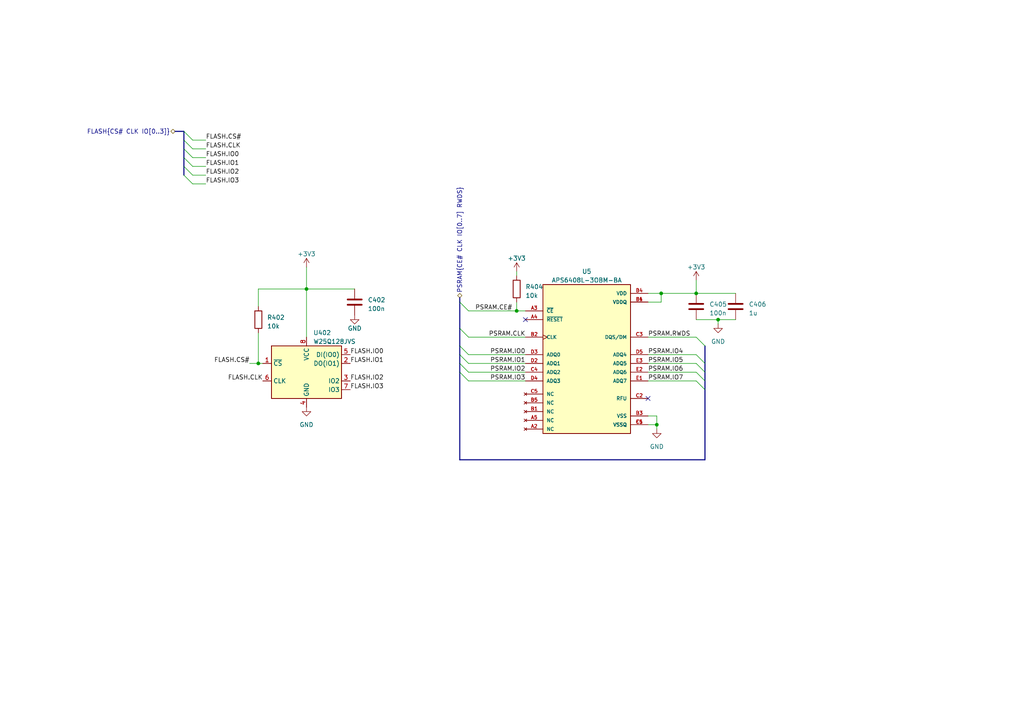
<source format=kicad_sch>
(kicad_sch (version 20221206) (generator eeschema)
  (paper "A4")
  (lib_symbols
    (symbol "APS6408L-3OBM-BA:APS6408L-3OBM-BA" (pin_names (offset 1.016))
      (property "Reference" "U" (at -12.7 21.082 0))
      (property "Value" "APS6408L-3OBM-BA" (at -12.7 -25.4 0))
      (symbol "APS6408L-3OBM-BA_0_0"
        (rectangle (start -12.7 -22.86) (end 12.7 20.32) (stroke (width 0.254)) (fill (type background)))
        (pin no_connect line (at -17.78 -21.59 0) (length 5.08) (name "NC") (number "A2"))
        (pin input line (at -17.78 12.7 0) (length 5.08) (name "~{CE}") (number "A3"))
        (pin input line (at -17.78 10.16 0) (length 5.08) (name "~{RESET}") (number "A4"))
        (pin no_connect line (at -17.78 -19.05 0) (length 5.08) (name "NC") (number "A5"))
        (pin no_connect line (at -17.78 -16.51 0) (length 5.08) (name "NC") (number "B1"))
        (pin input clock (at -17.78 5.08 0) (length 5.08) (name "CLK") (number "B2"))
        (pin power_in line (at 17.78 -17.78 180) (length 5.08) (name "VSS") (number "B3"))
        (pin power_in line (at 17.78 17.78 180) (length 5.08) (name "VDD") (number "B4"))
        (pin no_connect line (at -17.78 -13.97 0) (length 5.08) (name "NC") (number "B5"))
        (pin power_in line (at 17.78 -20.32 180) (length 5.08) (name "VSSQ") (number "C1"))
        (pin passive line (at 17.78 -12.7 180) (length 5.08) (name "RFU") (number "C2"))
        (pin bidirectional line (at 17.78 5.08 180) (length 5.08) (name "DQS/DM") (number "C3"))
        (pin bidirectional line (at -17.78 -5.08 0) (length 5.08) (name "ADQ2") (number "C4"))
        (pin no_connect line (at -17.78 -11.43 0) (length 5.08) (name "NC") (number "C5"))
        (pin power_in line (at 17.78 15.24 180) (length 5.08) (name "VDDQ") (number "D1"))
        (pin bidirectional line (at -17.78 -2.54 0) (length 5.08) (name "ADQ1") (number "D2"))
        (pin bidirectional line (at -17.78 0 0) (length 5.08) (name "ADQ0") (number "D3"))
        (pin bidirectional line (at -17.78 -7.62 0) (length 5.08) (name "ADQ3") (number "D4"))
        (pin bidirectional line (at 17.78 0 180) (length 5.08) (name "ADQ4") (number "D5"))
        (pin bidirectional line (at 17.78 -7.62 180) (length 5.08) (name "ADQ7") (number "E1"))
        (pin bidirectional line (at 17.78 -5.08 180) (length 5.08) (name "ADQ6") (number "E2"))
        (pin bidirectional line (at 17.78 -2.54 180) (length 5.08) (name "ADQ5") (number "E3"))
        (pin power_in line (at 17.78 15.24 180) (length 5.08) (name "VDDQ") (number "E4"))
        (pin power_in line (at 17.78 -20.32 180) (length 5.08) (name "VSSQ") (number "E5"))
      )
    )
    (symbol "Device:C" (pin_numbers hide) (pin_names (offset 0.254))
      (property "Reference" "C" (at 0.635 2.54 0))
      (property "Value" "C" (at 0.635 -2.54 0))
      (symbol "C_0_1"
        (polyline (pts (xy -2.032 -0.762) (xy 2.032 -0.762)) (stroke (width 0.508)))
        (polyline (pts (xy -2.032 0.762) (xy 2.032 0.762)) (stroke (width 0.508)))
      )
      (symbol "C_1_1"
        (pin passive line (at 0 3.81 270) (length 2.794) (name "~") (number "1"))
        (pin passive line (at 0 -3.81 90) (length 2.794) (name "~") (number "2"))
      )
    )
    (symbol "Device:R" (pin_numbers hide) (pin_names (offset 0))
      (property "Reference" "R" (at 2.032 0 90))
      (property "Value" "R" (at 0 0 90))
      (symbol "R_0_1"
        (rectangle (start -1.016 -2.54) (end 1.016 2.54) (stroke (width 0.254)))
      )
      (symbol "R_1_1"
        (pin passive line (at 0 3.81 270) (length 1.27) (name "~") (number "1"))
        (pin passive line (at 0 -3.81 90) (length 1.27) (name "~") (number "2"))
      )
    )
    (symbol "Memory_Flash:W25Q128JVS"
      (property "Reference" "U" (at -8.89 8.89 0))
      (property "Value" "W25Q128JVS" (at 7.62 8.89 0))
      (symbol "W25Q128JVS_0_1"
        (rectangle (start -10.16 7.62) (end 10.16 -7.62) (stroke (width 0.254)) (fill (type background)))
      )
      (symbol "W25Q128JVS_1_1"
        (pin input line (at -12.7 2.54 0) (length 2.54) (name "~{CS}") (number "1"))
        (pin bidirectional line (at 12.7 2.54 180) (length 2.54) (name "DO(IO1)") (number "2"))
        (pin bidirectional line (at 12.7 -2.54 180) (length 2.54) (name "IO2") (number "3"))
        (pin power_in line (at 0 -10.16 90) (length 2.54) (name "GND") (number "4"))
        (pin bidirectional line (at 12.7 5.08 180) (length 2.54) (name "DI(IO0)") (number "5"))
        (pin input line (at -12.7 -2.54 0) (length 2.54) (name "CLK") (number "6"))
        (pin bidirectional line (at 12.7 -5.08 180) (length 2.54) (name "IO3") (number "7"))
        (pin power_in line (at 0 10.16 270) (length 2.54) (name "VCC") (number "8"))
      )
    )
    (symbol "power:+3V3" (power) (pin_names (offset 0))
      (property "Value" "+3V3" (at 0 3.556 0))
      (symbol "+3V3_0_1"
        (polyline (pts (xy -0.762 1.27) (xy 0 2.54)))
        (polyline (pts (xy 0 0) (xy 0 2.54)))
        (polyline (pts (xy 0 2.54) (xy 0.762 1.27)))
      )
      (symbol "+3V3_1_1"
        (pin power_in line (at 0 0 90) (length 0) hide (name "+3V3") (number "1"))
      )
    )
    (symbol "power:GND" (power) (pin_names (offset 0))
      (property "Value" "GND" (at 0 -3.81 0))
      (symbol "GND_0_1"
        (polyline (pts (xy 0 0) (xy 0 -1.27) (xy 1.27 -1.27) (xy 0 -2.54) (xy -1.27 -1.27) (xy 0 -1.27)))
      )
      (symbol "GND_1_1"
        (pin power_in line (at 0 0 270) (length 0) hide (name "GND") (number "1"))
      )
    )
  )
  (junction (at 201.93 85.09))
  (junction (at 88.9 83.82))
  (junction (at 208.28 92.71))
  (junction (at 74.93 105.41))
  (junction (at 191.77 85.09))
  (junction (at 149.86 90.17))
  (junction (at 190.5 123.19))
  (no_connect (at 187.96 115.57))
  (no_connect (at 152.4 92.71))
  (bus_entry (at 204.47 105.41) (size -2.54 -2.54))
  (bus_entry (at 204.47 110.49) (size -2.54 -2.54))
  (bus_entry (at 204.47 100.33) (size -2.54 -2.54))
  (bus_entry (at 53.34 45.72) (size 2.54 2.54))
  (bus_entry (at 133.35 95.25) (size 2.54 2.54))
  (bus_entry (at 204.47 113.03) (size -2.54 -2.54))
  (bus_entry (at 53.34 43.18) (size 2.54 2.54))
  (bus_entry (at 53.34 40.64) (size 2.54 2.54))
  (bus_entry (at 204.47 107.95) (size -2.54 -2.54))
  (bus_entry (at 53.34 48.26) (size 2.54 2.54))
  (bus_entry (at 133.35 102.87) (size 2.54 2.54))
  (bus_entry (at 133.35 105.41) (size 2.54 2.54))
  (bus_entry (at 133.35 107.95) (size 2.54 2.54))
  (bus_entry (at 53.34 38.1) (size 2.54 2.54))
  (bus_entry (at 53.34 50.8) (size 2.54 2.54))
  (bus_entry (at 133.35 100.33) (size 2.54 2.54))
  (bus_entry (at 135.89 90.17) (size -2.54 -2.54))
  (wire (pts (xy 187.96 97.79) (xy 201.93 97.79)))
  (wire (pts (xy 208.28 92.71) (xy 213.36 92.71)))
  (wire (pts (xy 149.86 78.74) (xy 149.86 80.01)))
  (bus (pts (xy 204.47 100.33) (xy 204.47 105.41)))
  (wire (pts (xy 135.89 102.87) (xy 152.4 102.87)))
  (wire (pts (xy 55.88 40.64) (xy 59.69 40.64)))
  (bus (pts (xy 133.35 107.95) (xy 133.35 133.35)))
  (bus (pts (xy 133.35 105.41) (xy 133.35 107.95)))
  (bus (pts (xy 133.35 95.25) (xy 133.35 100.33)))
  (wire (pts (xy 190.5 120.65) (xy 190.5 123.19)))
  (wire (pts (xy 88.9 83.82) (xy 102.87 83.82)))
  (bus (pts (xy 133.35 133.35) (xy 204.47 133.35)))
  (wire (pts (xy 55.88 43.18) (xy 59.69 43.18)))
  (wire (pts (xy 187.96 87.63) (xy 191.77 87.63)))
  (bus (pts (xy 53.34 43.18) (xy 53.34 45.72)))
  (wire (pts (xy 135.89 90.17) (xy 149.86 90.17)))
  (wire (pts (xy 135.89 105.41) (xy 152.4 105.41)))
  (wire (pts (xy 135.89 107.95) (xy 152.4 107.95)))
  (bus (pts (xy 133.35 100.33) (xy 133.35 102.87)))
  (bus (pts (xy 133.35 87.63) (xy 133.35 95.25)))
  (wire (pts (xy 55.88 53.34) (xy 59.69 53.34)))
  (wire (pts (xy 74.93 83.82) (xy 88.9 83.82)))
  (wire (pts (xy 201.93 85.09) (xy 213.36 85.09)))
  (wire (pts (xy 55.88 50.8) (xy 59.69 50.8)))
  (bus (pts (xy 204.47 110.49) (xy 204.47 113.03)))
  (bus (pts (xy 53.34 45.72) (xy 53.34 48.26)))
  (wire (pts (xy 187.96 110.49) (xy 201.93 110.49)))
  (bus (pts (xy 53.34 48.26) (xy 53.34 50.8)))
  (wire (pts (xy 149.86 90.17) (xy 152.4 90.17)))
  (bus (pts (xy 53.34 38.1) (xy 53.34 40.64)))
  (wire (pts (xy 201.93 92.71) (xy 208.28 92.71)))
  (wire (pts (xy 88.9 77.47) (xy 88.9 83.82)))
  (wire (pts (xy 135.89 97.79) (xy 152.4 97.79)))
  (wire (pts (xy 187.96 102.87) (xy 201.93 102.87)))
  (bus (pts (xy 50.8 38.1) (xy 53.34 38.1)))
  (wire (pts (xy 55.88 48.26) (xy 59.69 48.26)))
  (wire (pts (xy 149.86 87.63) (xy 149.86 90.17)))
  (wire (pts (xy 88.9 83.82) (xy 88.9 97.79)))
  (wire (pts (xy 201.93 81.28) (xy 201.93 85.09)))
  (wire (pts (xy 191.77 85.09) (xy 191.77 87.63)))
  (bus (pts (xy 204.47 113.03) (xy 204.47 133.35)))
  (wire (pts (xy 72.39 105.41) (xy 74.93 105.41)))
  (wire (pts (xy 190.5 123.19) (xy 190.5 124.46)))
  (wire (pts (xy 187.96 105.41) (xy 201.93 105.41)))
  (wire (pts (xy 187.96 85.09) (xy 191.77 85.09)))
  (wire (pts (xy 55.88 45.72) (xy 59.69 45.72)))
  (wire (pts (xy 208.28 92.71) (xy 208.28 93.98)))
  (wire (pts (xy 190.5 123.19) (xy 187.96 123.19)))
  (wire (pts (xy 74.93 88.9) (xy 74.93 83.82)))
  (wire (pts (xy 187.96 107.95) (xy 201.93 107.95)))
  (wire (pts (xy 74.93 105.41) (xy 76.2 105.41)))
  (wire (pts (xy 187.96 120.65) (xy 190.5 120.65)))
  (bus (pts (xy 133.35 86.36) (xy 133.35 87.63)))
  (wire (pts (xy 191.77 85.09) (xy 201.93 85.09)))
  (bus (pts (xy 204.47 107.95) (xy 204.47 110.49)))
  (wire (pts (xy 74.93 96.52) (xy 74.93 105.41)))
  (bus (pts (xy 204.47 105.41) (xy 204.47 107.95)))
  (bus (pts (xy 53.34 40.64) (xy 53.34 43.18)))
  (bus (pts (xy 133.35 102.87) (xy 133.35 105.41)))
  (wire (pts (xy 135.89 110.49) (xy 152.4 110.49)))
  (label "PSRAM.IO0" (at 152.4 102.87 180))
  (label "FLASH.IO2" (at 101.6 110.49 0))
  (label "PSRAM.RWDS" (at 187.96 97.79 0))
  (label "FLASH.IO2" (at 59.69 50.8 0))
  (label "PSRAM.IO6" (at 187.96 107.95 0))
  (label "PSRAM.IO7" (at 187.96 110.49 0))
  (label "FLASH.IO0" (at 59.69 45.72 0))
  (label "PSRAM.IO2" (at 152.4 107.95 180))
  (label "FLASH.CLK" (at 76.2 110.49 0))
  (label "FLASH.CS#" (at 59.69 40.64 0))
  (label "FLASH.IO3" (at 59.69 53.34 0))
  (label "FLASH.CLK" (at 59.69 43.18 0))
  (label "PSRAM.IO3" (at 152.4 110.49 180))
  (label "FLASH.IO0" (at 101.6 102.87 0))
  (label "PSRAM.CE#" (at 148.59 90.17 180))
  (label "PSRAM.CLK" (at 152.4 97.79 180))
  (label "PSRAM.IO5" (at 187.96 105.41 0))
  (label "PSRAM.IO1" (at 152.4 105.41 180))
  (label "PSRAM.IO4" (at 187.96 102.87 0))
  (label "FLASH.IO1" (at 59.69 48.26 0))
  (label "FLASH.IO1" (at 101.6 105.41 0))
  (label "FLASH.CS#" (at 72.39 105.41 0))
  (label "FLASH.IO3" (at 101.6 113.03 0))
  (hierarchical_label "FLASH{CS# CLK IO[0..3]}" (shape bidirectional) (at 50.8 38.1 180))
  (hierarchical_label "PSRAM{CE# CLK IO[0..7] RWDS}" (shape bidirectional) (at 133.35 86.36 90))
  (symbol (lib_id "Device:C") (at 201.93 88.9 0) (unit 1)
    (property "Reference" "C403" (at 205.74 88.265 0) (effects (justify left)))
    (property "Value" "100n" (at 205.74 90.805 0) (effects (justify left)))
    (property "Footprint" "Capacitor_SMD:C_0603_1608Metric_Pad1.08x0.95mm_HandSolder" (effects hide))
    (instances (project "gpu_extension" (path "" (reference "C405") (unit 1))))
  )
  (symbol (lib_id "APS6408L-3OBM-BA:APS6408L-3OBM-BA") (at 170.18 102.87 0) (unit 1)
    (property "Reference" "U3" (at 170.18 78.74 0))
    (property "Value" "APS6408L-3OBM-BA" (at 170.18 81.28 0))
    (property "Footprint" "BGA24C100P5X5_600X800X120" (effects hide))
    (property "STANDARD" "IPC 7351B" (effects hide))
    (property "MAXIMUM_PACKAGE_HEIGHT" "1.20 mm" (effects hide))
    (property "MANUFACTURER" "AP Memory" (effects hide))
    (property "PARTREV" "3.6" (effects hide))
    (instances (project "gpu_extension" (path "" (reference "U5") (unit 1))))
  )
  (symbol (lib_id "Device:R") (at 149.86 83.82 0) (unit 1)
    (property "Reference" "R403" (at 152.4 83.185 0) (effects (justify left)))
    (property "Value" "10k" (at 152.4 85.725 0) (effects (justify left)))
    (property "Footprint" "Resistor_SMD:R_0603_1608Metric_Pad0.98x0.95mm_HandSolder" (effects hide))
    (instances (project "gpu_extension" (path "" (reference "R404") (unit 1))))
  )
  (symbol (lib_id "Device:R") (at 74.93 92.71 0) (unit 1)
    (property "Reference" "R401" (at 77.47 92.075 0) (effects (justify left)))
    (property "Value" "10k" (at 77.47 94.615 0) (effects (justify left)))
    (property "Footprint" "Resistor_SMD:R_0603_1608Metric_Pad0.98x0.95mm_HandSolder" (effects hide))
    (instances (project "gpu_extension" (path "" (reference "R402") (unit 1))))
  )
  (symbol (lib_id "Memory_Flash:W25Q128JVS") (at 88.9 107.95 0) (unit 1)
    (property "Reference" "U401" (at 90.8559 96.52 0) (effects (justify left)))
    (property "Value" "W25Q128JVS" (at 90.8559 99.06 0) (effects (justify left)))
    (property "Footprint" "Package_SO:SOIC-8_5.23x5.23mm_P1.27mm" (effects hide))
    (property "Datasheet" "http://www.winbond.com/resource-files/w25q128jv_dtr%20revc%2003272018%20plus.pdf" (effects hide))
    (instances (project "gpu_extension" (path "" (reference "U402") (unit 1))))
  )
  (symbol (lib_id "power:+3V3") (at 201.93 81.28 0) (unit 1)
    (property "Reference" "#PWR0139" (effects hide))
    (property "Value" "+3V3" (at 201.93 77.47 0))
  )
  (symbol (lib_id "power:GND") (at 88.9 118.11 0) (unit 1)
    (property "Reference" "#PWR0121" (effects hide))
    (property "Value" "GND" (at 88.9 123.19 0))
  )
  (symbol (lib_id "Device:C") (at 213.36 88.9 0) (unit 1)
    (property "Reference" "C404" (at 217.17 88.265 0) (effects (justify left)))
    (property "Value" "1u" (at 217.17 90.805 0) (effects (justify left)))
    (property "Footprint" "Capacitor_SMD:C_0603_1608Metric_Pad1.08x0.95mm_HandSolder" (effects hide))
    (instances (project "gpu_extension" (path "" (reference "C406") (unit 1))))
  )
  (symbol (lib_id "power:+3V3") (at 88.9 77.47 0) (unit 1)
    (property "Reference" "#PWR0119" (effects hide))
    (property "Value" "+3V3" (at 88.9 73.66 0))
  )
  (symbol (lib_id "power:GND") (at 102.87 91.44 0) (unit 1)
    (property "Reference" "#PWR0120" (effects hide))
    (property "Value" "GND" (at 102.87 95.25 0))
  )
  (symbol (lib_id "power:GND") (at 208.28 93.98 0) (unit 1)
    (property "Reference" "#PWR0122" (effects hide))
    (property "Value" "GND" (at 208.28 99.06 0))
  )
  (symbol (lib_id "power:GND") (at 190.5 124.46 0) (unit 1)
    (property "Reference" "#PWR0123" (effects hide))
    (property "Value" "GND" (at 190.5 129.54 0))
  )
  (symbol (lib_id "Device:C") (at 102.87 87.63 0) (unit 1)
    (property "Reference" "C401" (at 106.68 86.995 0) (effects (justify left)))
    (property "Value" "100n" (at 106.68 89.535 0) (effects (justify left)))
    (property "Footprint" "Capacitor_SMD:C_0603_1608Metric_Pad1.08x0.95mm_HandSolder" (effects hide))
    (instances (project "gpu_extension" (path "" (reference "C402") (unit 1))))
  )
  (symbol (lib_id "power:+3V3") (at 149.86 78.74 0) (unit 1)
    (property "Reference" "#PWR0124" (effects hide))
    (property "Value" "+3V3" (at 149.86 74.93 0))
  )
)
</source>
